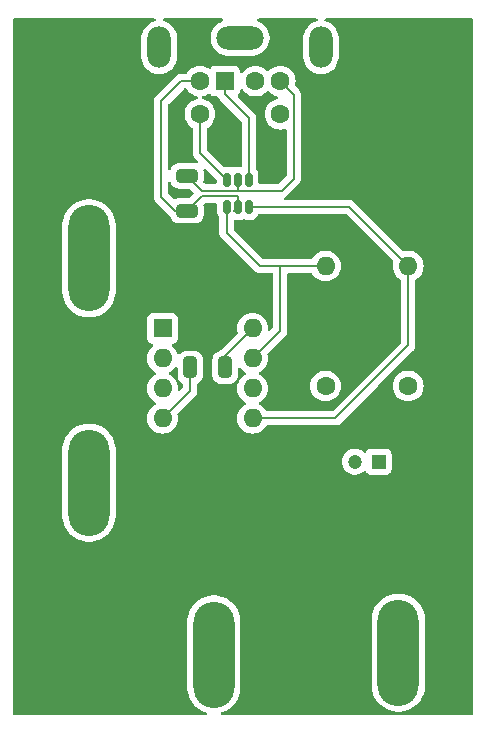
<source format=gbr>
%TF.GenerationSoftware,KiCad,Pcbnew,8.0.4*%
%TF.CreationDate,2024-09-08T09:34:43+02:00*%
%TF.ProjectId,Lichtschranke-M,4c696368-7473-4636-9872-616e6b652d4d,rev?*%
%TF.SameCoordinates,Original*%
%TF.FileFunction,Copper,L1,Top*%
%TF.FilePolarity,Positive*%
%FSLAX46Y46*%
G04 Gerber Fmt 4.6, Leading zero omitted, Abs format (unit mm)*
G04 Created by KiCad (PCBNEW 8.0.4) date 2024-09-08 09:34:43*
%MOMM*%
%LPD*%
G01*
G04 APERTURE LIST*
G04 Aperture macros list*
%AMRoundRect*
0 Rectangle with rounded corners*
0 $1 Rounding radius*
0 $2 $3 $4 $5 $6 $7 $8 $9 X,Y pos of 4 corners*
0 Add a 4 corners polygon primitive as box body*
4,1,4,$2,$3,$4,$5,$6,$7,$8,$9,$2,$3,0*
0 Add four circle primitives for the rounded corners*
1,1,$1+$1,$2,$3*
1,1,$1+$1,$4,$5*
1,1,$1+$1,$6,$7*
1,1,$1+$1,$8,$9*
0 Add four rect primitives between the rounded corners*
20,1,$1+$1,$2,$3,$4,$5,0*
20,1,$1+$1,$4,$5,$6,$7,0*
20,1,$1+$1,$6,$7,$8,$9,0*
20,1,$1+$1,$8,$9,$2,$3,0*%
G04 Aperture macros list end*
%TA.AperFunction,ComponentPad*%
%ADD10O,3.500000X9.000000*%
%TD*%
%TA.AperFunction,ComponentPad*%
%ADD11R,1.600000X1.600000*%
%TD*%
%TA.AperFunction,ComponentPad*%
%ADD12C,1.600000*%
%TD*%
%TA.AperFunction,ComponentPad*%
%ADD13O,2.000000X3.500000*%
%TD*%
%TA.AperFunction,ComponentPad*%
%ADD14O,4.000000X2.000000*%
%TD*%
%TA.AperFunction,SMDPad,CuDef*%
%ADD15RoundRect,0.150000X0.150000X-0.450000X0.150000X0.450000X-0.150000X0.450000X-0.150000X-0.450000X0*%
%TD*%
%TA.AperFunction,ComponentPad*%
%ADD16O,1.600000X1.600000*%
%TD*%
%TA.AperFunction,ComponentPad*%
%ADD17R,1.200000X1.200000*%
%TD*%
%TA.AperFunction,ComponentPad*%
%ADD18C,1.200000*%
%TD*%
%TA.AperFunction,SMDPad,CuDef*%
%ADD19RoundRect,0.250000X-0.325000X-0.650000X0.325000X-0.650000X0.325000X0.650000X-0.325000X0.650000X0*%
%TD*%
%TA.AperFunction,SMDPad,CuDef*%
%ADD20RoundRect,0.250000X-0.650000X0.325000X-0.650000X-0.325000X0.650000X-0.325000X0.650000X0.325000X0*%
%TD*%
%TA.AperFunction,Conductor*%
%ADD21C,0.200000*%
%TD*%
G04 APERTURE END LIST*
D10*
%TO.P,J3,1,Pin_1*%
%TO.N,F*%
X132000000Y-89500000D03*
%TD*%
%TO.P,J5,1,Pin_1*%
%TO.N,+5V*%
X158200000Y-103900000D03*
%TD*%
%TO.P,J2,1,Pin_1*%
%TO.N,E*%
X132000000Y-70500000D03*
%TD*%
%TO.P,J4,1,Pin_1*%
%TO.N,GND*%
X142570000Y-104050000D03*
%TD*%
D11*
%TO.P,J1,1*%
%TO.N,SDA*%
X143500000Y-55500000D03*
D12*
%TO.P,J1,2*%
%TO.N,E*%
X146100000Y-55500000D03*
%TO.P,J1,3*%
%TO.N,GND*%
X141400000Y-55500000D03*
%TO.P,J1,4*%
%TO.N,+5V*%
X148200000Y-55500000D03*
%TO.P,J1,5*%
%TO.N,SCK*%
X141400000Y-58300000D03*
%TO.P,J1,6*%
%TO.N,F*%
X148200000Y-58300000D03*
D13*
%TO.P,J1,7*%
%TO.N,N/C*%
X151650000Y-52650000D03*
D14*
X144800000Y-51850000D03*
D13*
X137950000Y-52650000D03*
%TD*%
D15*
%TO.P,U2,1,I/O1*%
%TO.N,Net-(U1-PB2)*%
X143650000Y-66150000D03*
%TO.P,U2,2,GND*%
%TO.N,GND*%
X144600000Y-66150000D03*
%TO.P,U2,3,I/O2*%
%TO.N,Net-(U1-AREF{slash}PB0)*%
X145550000Y-66150000D03*
%TO.P,U2,4,I/O2*%
%TO.N,SDA*%
X145550000Y-63850000D03*
%TO.P,U2,5,VBus*%
%TO.N,+5V*%
X144600000Y-63850000D03*
%TO.P,U2,6,I/O1*%
%TO.N,SCK*%
X143650000Y-63850000D03*
%TD*%
D12*
%TO.P,R1,1*%
%TO.N,+5V*%
X152030000Y-81310000D03*
D16*
%TO.P,R1,2*%
%TO.N,Net-(U1-PB2)*%
X152030000Y-71150000D03*
%TD*%
D17*
%TO.P,C2,1*%
%TO.N,+5V*%
X156520000Y-87730000D03*
D18*
%TO.P,C2,2*%
%TO.N,GND*%
X154520000Y-87730000D03*
%TD*%
D19*
%TO.P,C3,1*%
%TO.N,GND*%
X140580000Y-79730000D03*
%TO.P,C3,2*%
%TO.N,+5V*%
X143530000Y-79730000D03*
%TD*%
D12*
%TO.P,R2,1*%
%TO.N,+5V*%
X159030000Y-81310000D03*
D16*
%TO.P,R2,2*%
%TO.N,Net-(U1-AREF{slash}PB0)*%
X159030000Y-71150000D03*
%TD*%
D20*
%TO.P,C1,1*%
%TO.N,+5V*%
X140300000Y-63525000D03*
%TO.P,C1,2*%
%TO.N,GND*%
X140300000Y-66475000D03*
%TD*%
D11*
%TO.P,U1,1,~{RESET}/PB5*%
%TO.N,unconnected-(U1-~{RESET}{slash}PB5-Pad1)*%
X138230000Y-76430000D03*
D16*
%TO.P,U1,2,XTAL1/PB3*%
%TO.N,unconnected-(U1-XTAL1{slash}PB3-Pad2)*%
X138230000Y-78970000D03*
%TO.P,U1,3,XTAL2/PB4*%
%TO.N,unconnected-(U1-XTAL2{slash}PB4-Pad3)*%
X138230000Y-81510000D03*
%TO.P,U1,4,GND*%
%TO.N,GND*%
X138230000Y-84050000D03*
%TO.P,U1,5,AREF/PB0*%
%TO.N,Net-(U1-AREF{slash}PB0)*%
X145850000Y-84050000D03*
%TO.P,U1,6,PB1*%
%TO.N,unconnected-(U1-PB1-Pad6)*%
X145850000Y-81510000D03*
%TO.P,U1,7,PB2*%
%TO.N,Net-(U1-PB2)*%
X145850000Y-78970000D03*
%TO.P,U1,8,VCC*%
%TO.N,+5V*%
X145850000Y-76430000D03*
%TD*%
D21*
%TO.N,GND*%
X138100000Y-57200000D02*
X139800000Y-55500000D01*
X140300000Y-66475000D02*
X139275000Y-66475000D01*
X140300000Y-66475000D02*
X141575000Y-65200000D01*
X138230000Y-84050000D02*
X140580000Y-81700000D01*
X144600000Y-66150000D02*
X144250000Y-66500000D01*
X144600000Y-65200000D02*
X144600000Y-66150000D01*
X139800000Y-55500000D02*
X141400000Y-55500000D01*
X140580000Y-81700000D02*
X140580000Y-79730000D01*
X141575000Y-65200000D02*
X144600000Y-65200000D01*
X140690000Y-79619900D02*
X140800000Y-79509800D01*
X140580000Y-79730000D02*
X140690000Y-79619900D01*
X138100000Y-65300000D02*
X138100000Y-57200000D01*
X139275000Y-66475000D02*
X138100000Y-65300000D01*
%TO.N,+5V*%
X149346000Y-63525000D02*
X149346000Y-63754700D01*
X144600000Y-63850000D02*
X144600000Y-64680800D01*
X141555800Y-64780800D02*
X140300000Y-63525000D01*
X145240000Y-64780800D02*
X144500000Y-64780800D01*
X145850000Y-76430000D02*
X143530000Y-78750000D01*
X143530000Y-78750000D02*
X143530000Y-79730000D01*
X149346000Y-63754700D02*
X148320000Y-64780800D01*
X144600000Y-64680800D02*
X144500000Y-64780800D01*
X148200000Y-55500000D02*
X149346000Y-56646100D01*
X148320000Y-64780800D02*
X145240000Y-64780800D01*
X149346000Y-56646100D02*
X149346000Y-63525000D01*
X144500000Y-64780800D02*
X141555800Y-64780800D01*
X143530000Y-79730000D02*
X143886000Y-80085800D01*
%TO.N,SCK*%
X141400000Y-61600000D02*
X143650000Y-63850000D01*
X141400000Y-58300000D02*
X141400000Y-61600000D01*
%TO.N,SDA*%
X145550000Y-58651700D02*
X145550000Y-63850000D01*
X143500000Y-55500000D02*
X143500000Y-56601700D01*
X143500000Y-56601700D02*
X145550000Y-58651700D01*
%TO.N,Net-(U1-PB2)*%
X143650000Y-66150000D02*
X143650000Y-68350000D01*
X148200000Y-76620000D02*
X148200000Y-71150000D01*
X143650000Y-68350000D02*
X146450000Y-71150000D01*
X146450000Y-71150000D02*
X148200000Y-71150000D01*
X145850000Y-78970000D02*
X148200000Y-76620000D01*
X148200000Y-71150000D02*
X152030000Y-71150000D01*
%TO.N,Net-(U1-AREF{slash}PB0)*%
X159030000Y-71150000D02*
X159030000Y-77870000D01*
X152850000Y-84050000D02*
X145850000Y-84050000D01*
X159030000Y-77870000D02*
X152850000Y-84050000D01*
X154030000Y-66150000D02*
X145550000Y-66150000D01*
X159030000Y-71150000D02*
X154030000Y-66150000D01*
%TD*%
%TA.AperFunction,NonConductor*%
G36*
X137608935Y-50220185D02*
G01*
X137654690Y-50272989D01*
X137664634Y-50342147D01*
X137635609Y-50405703D01*
X137580215Y-50442431D01*
X137374003Y-50509433D01*
X137163566Y-50616657D01*
X137054550Y-50695862D01*
X136972490Y-50755483D01*
X136972488Y-50755485D01*
X136972487Y-50755485D01*
X136805485Y-50922487D01*
X136805485Y-50922488D01*
X136805483Y-50922490D01*
X136745862Y-51004550D01*
X136666657Y-51113566D01*
X136559433Y-51324003D01*
X136486446Y-51548631D01*
X136449500Y-51781902D01*
X136449500Y-53518097D01*
X136486446Y-53751368D01*
X136559433Y-53975996D01*
X136666657Y-54186433D01*
X136805483Y-54377510D01*
X136972490Y-54544517D01*
X137163567Y-54683343D01*
X137246185Y-54725439D01*
X137374003Y-54790566D01*
X137374005Y-54790566D01*
X137374008Y-54790568D01*
X137455945Y-54817191D01*
X137598631Y-54863553D01*
X137831903Y-54900500D01*
X137831908Y-54900500D01*
X138068097Y-54900500D01*
X138301368Y-54863553D01*
X138353473Y-54846623D01*
X138525992Y-54790568D01*
X138736433Y-54683343D01*
X138927510Y-54544517D01*
X139094517Y-54377510D01*
X139233343Y-54186433D01*
X139340568Y-53975992D01*
X139413553Y-53751368D01*
X139450500Y-53518097D01*
X139450500Y-51781902D01*
X139413553Y-51548631D01*
X139340566Y-51324003D01*
X139233342Y-51113566D01*
X139094517Y-50922490D01*
X138927510Y-50755483D01*
X138736433Y-50616657D01*
X138525996Y-50509433D01*
X138319785Y-50442431D01*
X138262110Y-50402993D01*
X138234912Y-50338634D01*
X138246827Y-50269788D01*
X138294071Y-50218312D01*
X138358104Y-50200500D01*
X143238014Y-50200500D01*
X143305053Y-50220185D01*
X143350808Y-50272989D01*
X143360752Y-50342147D01*
X143331727Y-50405703D01*
X143276334Y-50442430D01*
X143253631Y-50449806D01*
X143224003Y-50459433D01*
X143013566Y-50566657D01*
X142944748Y-50616657D01*
X142822490Y-50705483D01*
X142822488Y-50705485D01*
X142822487Y-50705485D01*
X142655485Y-50872487D01*
X142655485Y-50872488D01*
X142655483Y-50872490D01*
X142619158Y-50922487D01*
X142516657Y-51063566D01*
X142409433Y-51274003D01*
X142336446Y-51498631D01*
X142299500Y-51731902D01*
X142299500Y-51968097D01*
X142336446Y-52201368D01*
X142409433Y-52425996D01*
X142516657Y-52636433D01*
X142655483Y-52827510D01*
X142822490Y-52994517D01*
X143013567Y-53133343D01*
X143112991Y-53184002D01*
X143224003Y-53240566D01*
X143224005Y-53240566D01*
X143224008Y-53240568D01*
X143344412Y-53279689D01*
X143448631Y-53313553D01*
X143681903Y-53350500D01*
X143681908Y-53350500D01*
X145918097Y-53350500D01*
X146151368Y-53313553D01*
X146375992Y-53240568D01*
X146586433Y-53133343D01*
X146777510Y-52994517D01*
X146944517Y-52827510D01*
X147083343Y-52636433D01*
X147190568Y-52425992D01*
X147263553Y-52201368D01*
X147300500Y-51968097D01*
X147300500Y-51731902D01*
X147263553Y-51498631D01*
X147190566Y-51274003D01*
X147083342Y-51063566D01*
X146944517Y-50872490D01*
X146777510Y-50705483D01*
X146586433Y-50566657D01*
X146375996Y-50459433D01*
X146355845Y-50452886D01*
X146323665Y-50442430D01*
X146265992Y-50402993D01*
X146238794Y-50338634D01*
X146250709Y-50269788D01*
X146297953Y-50218312D01*
X146361986Y-50200500D01*
X151241896Y-50200500D01*
X151308935Y-50220185D01*
X151354690Y-50272989D01*
X151364634Y-50342147D01*
X151335609Y-50405703D01*
X151280215Y-50442431D01*
X151074003Y-50509433D01*
X150863566Y-50616657D01*
X150754550Y-50695862D01*
X150672490Y-50755483D01*
X150672488Y-50755485D01*
X150672487Y-50755485D01*
X150505485Y-50922487D01*
X150505485Y-50922488D01*
X150505483Y-50922490D01*
X150445862Y-51004550D01*
X150366657Y-51113566D01*
X150259433Y-51324003D01*
X150186446Y-51548631D01*
X150149500Y-51781902D01*
X150149500Y-53518097D01*
X150186446Y-53751368D01*
X150259433Y-53975996D01*
X150366657Y-54186433D01*
X150505483Y-54377510D01*
X150672490Y-54544517D01*
X150863567Y-54683343D01*
X150946185Y-54725439D01*
X151074003Y-54790566D01*
X151074005Y-54790566D01*
X151074008Y-54790568D01*
X151155945Y-54817191D01*
X151298631Y-54863553D01*
X151531903Y-54900500D01*
X151531908Y-54900500D01*
X151768097Y-54900500D01*
X152001368Y-54863553D01*
X152053473Y-54846623D01*
X152225992Y-54790568D01*
X152436433Y-54683343D01*
X152627510Y-54544517D01*
X152794517Y-54377510D01*
X152933343Y-54186433D01*
X153040568Y-53975992D01*
X153113553Y-53751368D01*
X153150500Y-53518097D01*
X153150500Y-51781902D01*
X153113553Y-51548631D01*
X153040566Y-51324003D01*
X152933342Y-51113566D01*
X152794517Y-50922490D01*
X152627510Y-50755483D01*
X152436433Y-50616657D01*
X152225996Y-50509433D01*
X152019785Y-50442431D01*
X151962110Y-50402993D01*
X151934912Y-50338634D01*
X151946827Y-50269788D01*
X151994071Y-50218312D01*
X152058104Y-50200500D01*
X164425500Y-50200500D01*
X164492539Y-50220185D01*
X164538294Y-50272989D01*
X164549500Y-50324500D01*
X164549500Y-109075500D01*
X164529815Y-109142539D01*
X164477011Y-109188294D01*
X164425500Y-109199500D01*
X143252081Y-109199500D01*
X143185042Y-109179815D01*
X143139287Y-109127011D01*
X143129343Y-109057853D01*
X143158368Y-108994297D01*
X143217146Y-108956523D01*
X143219956Y-108955733D01*
X143294952Y-108935639D01*
X143567507Y-108822743D01*
X143822994Y-108675238D01*
X144057042Y-108495646D01*
X144265646Y-108287042D01*
X144445238Y-108052994D01*
X144592743Y-107797507D01*
X144705639Y-107524952D01*
X144781993Y-107239993D01*
X144820500Y-106947506D01*
X144820500Y-101152494D01*
X144800751Y-101002486D01*
X155949500Y-101002486D01*
X155949500Y-106797513D01*
X155969247Y-106947499D01*
X155988007Y-107089993D01*
X155988008Y-107089995D01*
X156064361Y-107374951D01*
X156064364Y-107374961D01*
X156177254Y-107647500D01*
X156177258Y-107647510D01*
X156324761Y-107902993D01*
X156504352Y-108137040D01*
X156504358Y-108137047D01*
X156712952Y-108345641D01*
X156712959Y-108345647D01*
X156947006Y-108525238D01*
X157202489Y-108672741D01*
X157202490Y-108672741D01*
X157202493Y-108672743D01*
X157475048Y-108785639D01*
X157760007Y-108861993D01*
X158052494Y-108900500D01*
X158052501Y-108900500D01*
X158347499Y-108900500D01*
X158347506Y-108900500D01*
X158639993Y-108861993D01*
X158924952Y-108785639D01*
X159197507Y-108672743D01*
X159452994Y-108525238D01*
X159687042Y-108345646D01*
X159895646Y-108137042D01*
X160075238Y-107902994D01*
X160222743Y-107647507D01*
X160335639Y-107374952D01*
X160411993Y-107089993D01*
X160450500Y-106797506D01*
X160450500Y-101002494D01*
X160411993Y-100710007D01*
X160335639Y-100425048D01*
X160222743Y-100152493D01*
X160075238Y-99897006D01*
X160010746Y-99812959D01*
X159895647Y-99662959D01*
X159895641Y-99662952D01*
X159687047Y-99454358D01*
X159687040Y-99454352D01*
X159452993Y-99274761D01*
X159197510Y-99127258D01*
X159197500Y-99127254D01*
X158924961Y-99014364D01*
X158924954Y-99014362D01*
X158924952Y-99014361D01*
X158639993Y-98938007D01*
X158591113Y-98931571D01*
X158347513Y-98899500D01*
X158347506Y-98899500D01*
X158052494Y-98899500D01*
X158052486Y-98899500D01*
X157774085Y-98936153D01*
X157760007Y-98938007D01*
X157475048Y-99014361D01*
X157475038Y-99014364D01*
X157202499Y-99127254D01*
X157202489Y-99127258D01*
X156947006Y-99274761D01*
X156712959Y-99454352D01*
X156712952Y-99454358D01*
X156504358Y-99662952D01*
X156504352Y-99662959D01*
X156324761Y-99897006D01*
X156177258Y-100152489D01*
X156177254Y-100152499D01*
X156064364Y-100425038D01*
X156064361Y-100425048D01*
X155988008Y-100710004D01*
X155988006Y-100710015D01*
X155949500Y-101002486D01*
X144800751Y-101002486D01*
X144781993Y-100860007D01*
X144705639Y-100575048D01*
X144592743Y-100302493D01*
X144506138Y-100152489D01*
X144445238Y-100047006D01*
X144265647Y-99812959D01*
X144265641Y-99812952D01*
X144057047Y-99604358D01*
X144057040Y-99604352D01*
X143822993Y-99424761D01*
X143567510Y-99277258D01*
X143567500Y-99277254D01*
X143294961Y-99164364D01*
X143294954Y-99164362D01*
X143294952Y-99164361D01*
X143009993Y-99088007D01*
X142961113Y-99081571D01*
X142717513Y-99049500D01*
X142717506Y-99049500D01*
X142422494Y-99049500D01*
X142422486Y-99049500D01*
X142144085Y-99086153D01*
X142130007Y-99088007D01*
X141845048Y-99164361D01*
X141845038Y-99164364D01*
X141572499Y-99277254D01*
X141572489Y-99277258D01*
X141317006Y-99424761D01*
X141082959Y-99604352D01*
X141082952Y-99604358D01*
X140874358Y-99812952D01*
X140874352Y-99812959D01*
X140694761Y-100047006D01*
X140547258Y-100302489D01*
X140547254Y-100302499D01*
X140434364Y-100575038D01*
X140434361Y-100575048D01*
X140358008Y-100860004D01*
X140358006Y-100860015D01*
X140319500Y-101152486D01*
X140319500Y-106947513D01*
X140338259Y-107089993D01*
X140358007Y-107239993D01*
X140434361Y-107524951D01*
X140434364Y-107524961D01*
X140547254Y-107797500D01*
X140547258Y-107797510D01*
X140694761Y-108052993D01*
X140874352Y-108287040D01*
X140874358Y-108287047D01*
X141082952Y-108495641D01*
X141082959Y-108495647D01*
X141317006Y-108675238D01*
X141572489Y-108822741D01*
X141572490Y-108822741D01*
X141572493Y-108822743D01*
X141845048Y-108935639D01*
X141920013Y-108955725D01*
X141979673Y-108992090D01*
X142010202Y-109054937D01*
X142001907Y-109124312D01*
X141957422Y-109178190D01*
X141890870Y-109199465D01*
X141887919Y-109199500D01*
X125674500Y-109199500D01*
X125607461Y-109179815D01*
X125561706Y-109127011D01*
X125550500Y-109075500D01*
X125550500Y-86602486D01*
X129749500Y-86602486D01*
X129749500Y-92397513D01*
X129781571Y-92641113D01*
X129788007Y-92689993D01*
X129788008Y-92689995D01*
X129864361Y-92974951D01*
X129864364Y-92974961D01*
X129977254Y-93247500D01*
X129977258Y-93247510D01*
X130124761Y-93502993D01*
X130304352Y-93737040D01*
X130304358Y-93737047D01*
X130512952Y-93945641D01*
X130512959Y-93945647D01*
X130747006Y-94125238D01*
X131002489Y-94272741D01*
X131002490Y-94272741D01*
X131002493Y-94272743D01*
X131275048Y-94385639D01*
X131560007Y-94461993D01*
X131852494Y-94500500D01*
X131852501Y-94500500D01*
X132147499Y-94500500D01*
X132147506Y-94500500D01*
X132439993Y-94461993D01*
X132724952Y-94385639D01*
X132997507Y-94272743D01*
X133252994Y-94125238D01*
X133487042Y-93945646D01*
X133695646Y-93737042D01*
X133875238Y-93502994D01*
X134022743Y-93247507D01*
X134135639Y-92974952D01*
X134211993Y-92689993D01*
X134250500Y-92397506D01*
X134250500Y-87729999D01*
X153414785Y-87729999D01*
X153414785Y-87730000D01*
X153433602Y-87933082D01*
X153489417Y-88129247D01*
X153489422Y-88129260D01*
X153580327Y-88311821D01*
X153703237Y-88474581D01*
X153853958Y-88611980D01*
X153853960Y-88611982D01*
X153853962Y-88611983D01*
X154027363Y-88719348D01*
X154217544Y-88793024D01*
X154418024Y-88830500D01*
X154418026Y-88830500D01*
X154621974Y-88830500D01*
X154621976Y-88830500D01*
X154822456Y-88793024D01*
X155012637Y-88719348D01*
X155186041Y-88611981D01*
X155278017Y-88528133D01*
X155340818Y-88497518D01*
X155410205Y-88505715D01*
X155464146Y-88550125D01*
X155471673Y-88564698D01*
X155471953Y-88564546D01*
X155476206Y-88572335D01*
X155562452Y-88687544D01*
X155562455Y-88687547D01*
X155677664Y-88773793D01*
X155677671Y-88773797D01*
X155812517Y-88824091D01*
X155812516Y-88824091D01*
X155819444Y-88824835D01*
X155872127Y-88830500D01*
X157167872Y-88830499D01*
X157227483Y-88824091D01*
X157362331Y-88773796D01*
X157477546Y-88687546D01*
X157563796Y-88572331D01*
X157614091Y-88437483D01*
X157620500Y-88377873D01*
X157620499Y-87082128D01*
X157614091Y-87022517D01*
X157563796Y-86887669D01*
X157563795Y-86887668D01*
X157563793Y-86887664D01*
X157477547Y-86772455D01*
X157477544Y-86772452D01*
X157362335Y-86686206D01*
X157362328Y-86686202D01*
X157227482Y-86635908D01*
X157227483Y-86635908D01*
X157167883Y-86629501D01*
X157167881Y-86629500D01*
X157167873Y-86629500D01*
X157167864Y-86629500D01*
X155872129Y-86629500D01*
X155872123Y-86629501D01*
X155812516Y-86635908D01*
X155677671Y-86686202D01*
X155677664Y-86686206D01*
X155562455Y-86772452D01*
X155562452Y-86772455D01*
X155476206Y-86887664D01*
X155471953Y-86895454D01*
X155469741Y-86894246D01*
X155435840Y-86939511D01*
X155370370Y-86963913D01*
X155302101Y-86949045D01*
X155278015Y-86931864D01*
X155186041Y-86848019D01*
X155186039Y-86848017D01*
X155012642Y-86740655D01*
X155012635Y-86740651D01*
X154917546Y-86703814D01*
X154822456Y-86666976D01*
X154621976Y-86629500D01*
X154418024Y-86629500D01*
X154217544Y-86666976D01*
X154217541Y-86666976D01*
X154217541Y-86666977D01*
X154027364Y-86740651D01*
X154027357Y-86740655D01*
X153853960Y-86848017D01*
X153853958Y-86848019D01*
X153703237Y-86985418D01*
X153580327Y-87148178D01*
X153489422Y-87330739D01*
X153489417Y-87330752D01*
X153433602Y-87526917D01*
X153414785Y-87729999D01*
X134250500Y-87729999D01*
X134250500Y-86602494D01*
X134211993Y-86310007D01*
X134135639Y-86025048D01*
X134022743Y-85752493D01*
X133875238Y-85497006D01*
X133695646Y-85262958D01*
X133695641Y-85262952D01*
X133487047Y-85054358D01*
X133487040Y-85054352D01*
X133252993Y-84874761D01*
X132997510Y-84727258D01*
X132997500Y-84727254D01*
X132724961Y-84614364D01*
X132724954Y-84614362D01*
X132724952Y-84614361D01*
X132439993Y-84538007D01*
X132383117Y-84530519D01*
X132147513Y-84499500D01*
X132147506Y-84499500D01*
X131852494Y-84499500D01*
X131852486Y-84499500D01*
X131574085Y-84536153D01*
X131560007Y-84538007D01*
X131400901Y-84580639D01*
X131275048Y-84614361D01*
X131275038Y-84614364D01*
X131002499Y-84727254D01*
X131002489Y-84727258D01*
X130747006Y-84874761D01*
X130512959Y-85054352D01*
X130512952Y-85054358D01*
X130304358Y-85262952D01*
X130304352Y-85262959D01*
X130124761Y-85497006D01*
X129977258Y-85752489D01*
X129977254Y-85752499D01*
X129864364Y-86025038D01*
X129864361Y-86025048D01*
X129788008Y-86310004D01*
X129788006Y-86310015D01*
X129749500Y-86602486D01*
X125550500Y-86602486D01*
X125550500Y-78969998D01*
X136924532Y-78969998D01*
X136924532Y-78970001D01*
X136944364Y-79196686D01*
X136944366Y-79196697D01*
X137003258Y-79416488D01*
X137003261Y-79416497D01*
X137099431Y-79622732D01*
X137099432Y-79622734D01*
X137229954Y-79809141D01*
X137390858Y-79970045D01*
X137390861Y-79970047D01*
X137577266Y-80100568D01*
X137635275Y-80127618D01*
X137687714Y-80173791D01*
X137706866Y-80240984D01*
X137686650Y-80307865D01*
X137635275Y-80352382D01*
X137577267Y-80379431D01*
X137577265Y-80379432D01*
X137390858Y-80509954D01*
X137229954Y-80670858D01*
X137099432Y-80857265D01*
X137099431Y-80857267D01*
X137003261Y-81063502D01*
X137003258Y-81063511D01*
X136944366Y-81283302D01*
X136944364Y-81283313D01*
X136924532Y-81509998D01*
X136924532Y-81510001D01*
X136944364Y-81736686D01*
X136944366Y-81736697D01*
X137003258Y-81956488D01*
X137003261Y-81956496D01*
X137099431Y-82162732D01*
X137099432Y-82162734D01*
X137229954Y-82349141D01*
X137390858Y-82510045D01*
X137390861Y-82510047D01*
X137577266Y-82640568D01*
X137635275Y-82667618D01*
X137687714Y-82713791D01*
X137706866Y-82780984D01*
X137686650Y-82847865D01*
X137635275Y-82892382D01*
X137577267Y-82919431D01*
X137577265Y-82919432D01*
X137390858Y-83049954D01*
X137229954Y-83210858D01*
X137099432Y-83397265D01*
X137099431Y-83397267D01*
X137003261Y-83603502D01*
X137003258Y-83603511D01*
X136944366Y-83823302D01*
X136944364Y-83823313D01*
X136924532Y-84049998D01*
X136924532Y-84050001D01*
X136944364Y-84276686D01*
X136944366Y-84276697D01*
X137003258Y-84496488D01*
X137003261Y-84496497D01*
X137099431Y-84702732D01*
X137099432Y-84702734D01*
X137229954Y-84889141D01*
X137390858Y-85050045D01*
X137390861Y-85050047D01*
X137577266Y-85180568D01*
X137783504Y-85276739D01*
X138003308Y-85335635D01*
X138165230Y-85349801D01*
X138229998Y-85355468D01*
X138230000Y-85355468D01*
X138230002Y-85355468D01*
X138286673Y-85350509D01*
X138456692Y-85335635D01*
X138676496Y-85276739D01*
X138882734Y-85180568D01*
X139069139Y-85050047D01*
X139230047Y-84889139D01*
X139360568Y-84702734D01*
X139456739Y-84496496D01*
X139515635Y-84276692D01*
X139535468Y-84050000D01*
X139515635Y-83823308D01*
X139489847Y-83727066D01*
X139491510Y-83657217D01*
X139521939Y-83607294D01*
X140938506Y-82190728D01*
X140938511Y-82190724D01*
X140948714Y-82180520D01*
X140948716Y-82180520D01*
X141060520Y-82068716D01*
X141125310Y-81956496D01*
X141139577Y-81931785D01*
X141180501Y-81779057D01*
X141180501Y-81620943D01*
X141180501Y-81613348D01*
X141180500Y-81613330D01*
X141180500Y-81161057D01*
X141200185Y-81094018D01*
X141239401Y-81055520D01*
X141373656Y-80972712D01*
X141497712Y-80848656D01*
X141589814Y-80699334D01*
X141644999Y-80532797D01*
X141655500Y-80430009D01*
X141655499Y-79029992D01*
X141644999Y-78927203D01*
X141589814Y-78760666D01*
X141497712Y-78611344D01*
X141373656Y-78487288D01*
X141224334Y-78395186D01*
X141057797Y-78340001D01*
X141057795Y-78340000D01*
X140955010Y-78329500D01*
X140204998Y-78329500D01*
X140204980Y-78329501D01*
X140102203Y-78340000D01*
X140102200Y-78340001D01*
X139935668Y-78395185D01*
X139935663Y-78395187D01*
X139786345Y-78487287D01*
X139670607Y-78603025D01*
X139609284Y-78636509D01*
X139539592Y-78631525D01*
X139483659Y-78589653D01*
X139463151Y-78547436D01*
X139456739Y-78523504D01*
X139360568Y-78317266D01*
X139230047Y-78130861D01*
X139230046Y-78130860D01*
X139230045Y-78130858D01*
X139069143Y-77969956D01*
X139044536Y-77952726D01*
X139000912Y-77898149D01*
X138993719Y-77828650D01*
X139025241Y-77766296D01*
X139085471Y-77730882D01*
X139102404Y-77727861D01*
X139137483Y-77724091D01*
X139272331Y-77673796D01*
X139387546Y-77587546D01*
X139473796Y-77472331D01*
X139524091Y-77337483D01*
X139530500Y-77277873D01*
X139530499Y-75582128D01*
X139524091Y-75522517D01*
X139515879Y-75500500D01*
X139473797Y-75387671D01*
X139473793Y-75387664D01*
X139387547Y-75272455D01*
X139387544Y-75272452D01*
X139272335Y-75186206D01*
X139272328Y-75186202D01*
X139137482Y-75135908D01*
X139137483Y-75135908D01*
X139077883Y-75129501D01*
X139077881Y-75129500D01*
X139077873Y-75129500D01*
X139077864Y-75129500D01*
X137382129Y-75129500D01*
X137382123Y-75129501D01*
X137322516Y-75135908D01*
X137187671Y-75186202D01*
X137187664Y-75186206D01*
X137072455Y-75272452D01*
X137072452Y-75272455D01*
X136986206Y-75387664D01*
X136986202Y-75387671D01*
X136935908Y-75522517D01*
X136929501Y-75582116D01*
X136929501Y-75582123D01*
X136929500Y-75582135D01*
X136929500Y-77277870D01*
X136929501Y-77277876D01*
X136935908Y-77337483D01*
X136986202Y-77472328D01*
X136986206Y-77472335D01*
X137072452Y-77587544D01*
X137072455Y-77587547D01*
X137187664Y-77673793D01*
X137187671Y-77673797D01*
X137232618Y-77690561D01*
X137322517Y-77724091D01*
X137357596Y-77727862D01*
X137422144Y-77754599D01*
X137461993Y-77811991D01*
X137464488Y-77881816D01*
X137428836Y-77941905D01*
X137415464Y-77952725D01*
X137390858Y-77969954D01*
X137229954Y-78130858D01*
X137099432Y-78317265D01*
X137099431Y-78317267D01*
X137003261Y-78523502D01*
X137003258Y-78523511D01*
X136944366Y-78743302D01*
X136944364Y-78743313D01*
X136924532Y-78969998D01*
X125550500Y-78969998D01*
X125550500Y-67602486D01*
X129749500Y-67602486D01*
X129749500Y-73397513D01*
X129781571Y-73641113D01*
X129788007Y-73689993D01*
X129788008Y-73689995D01*
X129864361Y-73974951D01*
X129864364Y-73974961D01*
X129977254Y-74247500D01*
X129977258Y-74247510D01*
X130124761Y-74502993D01*
X130304352Y-74737040D01*
X130304358Y-74737047D01*
X130512952Y-74945641D01*
X130512959Y-74945647D01*
X130747006Y-75125238D01*
X131002489Y-75272741D01*
X131002490Y-75272741D01*
X131002493Y-75272743D01*
X131275048Y-75385639D01*
X131560007Y-75461993D01*
X131852494Y-75500500D01*
X131852501Y-75500500D01*
X132147499Y-75500500D01*
X132147506Y-75500500D01*
X132439993Y-75461993D01*
X132724952Y-75385639D01*
X132997507Y-75272743D01*
X133252994Y-75125238D01*
X133487042Y-74945646D01*
X133695646Y-74737042D01*
X133875238Y-74502994D01*
X134022743Y-74247507D01*
X134135639Y-73974952D01*
X134211993Y-73689993D01*
X134250500Y-73397506D01*
X134250500Y-67602494D01*
X134211993Y-67310007D01*
X134135639Y-67025048D01*
X134022743Y-66752493D01*
X134022350Y-66751813D01*
X133875238Y-66497006D01*
X133695647Y-66262959D01*
X133695641Y-66262952D01*
X133487047Y-66054358D01*
X133487040Y-66054352D01*
X133252993Y-65874761D01*
X132997510Y-65727258D01*
X132997500Y-65727254D01*
X132724961Y-65614364D01*
X132724954Y-65614362D01*
X132724952Y-65614361D01*
X132439993Y-65538007D01*
X132391113Y-65531571D01*
X132147513Y-65499500D01*
X132147506Y-65499500D01*
X131852494Y-65499500D01*
X131852486Y-65499500D01*
X131574085Y-65536153D01*
X131560007Y-65538007D01*
X131275052Y-65614360D01*
X131275048Y-65614361D01*
X131275038Y-65614364D01*
X131002499Y-65727254D01*
X131002489Y-65727258D01*
X130747006Y-65874761D01*
X130512959Y-66054352D01*
X130512952Y-66054358D01*
X130304358Y-66262952D01*
X130304352Y-66262959D01*
X130124761Y-66497006D01*
X129977258Y-66752489D01*
X129977254Y-66752499D01*
X129864364Y-67025038D01*
X129864361Y-67025048D01*
X129788794Y-67307072D01*
X129788008Y-67310004D01*
X129788006Y-67310015D01*
X129749500Y-67602486D01*
X125550500Y-67602486D01*
X125550500Y-65379054D01*
X137499498Y-65379054D01*
X137522579Y-65465190D01*
X137540423Y-65531785D01*
X137550650Y-65549499D01*
X137569358Y-65581900D01*
X137569359Y-65581904D01*
X137569360Y-65581904D01*
X137619479Y-65668714D01*
X137619481Y-65668717D01*
X137738349Y-65787585D01*
X137738355Y-65787590D01*
X138790139Y-66839374D01*
X138790160Y-66839397D01*
X138892412Y-66941649D01*
X138922437Y-66990326D01*
X138965186Y-67119334D01*
X139057288Y-67268656D01*
X139181344Y-67392712D01*
X139330666Y-67484814D01*
X139497203Y-67539999D01*
X139599991Y-67550500D01*
X141000008Y-67550499D01*
X141102797Y-67539999D01*
X141269334Y-67484814D01*
X141418656Y-67392712D01*
X141542712Y-67268656D01*
X141634814Y-67119334D01*
X141689999Y-66952797D01*
X141700500Y-66850009D01*
X141700499Y-66099992D01*
X141690150Y-65998686D01*
X141702919Y-65929997D01*
X141725824Y-65898409D01*
X141787418Y-65836817D01*
X141848742Y-65803333D01*
X141875098Y-65800500D01*
X142725500Y-65800500D01*
X142792539Y-65820185D01*
X142838294Y-65872989D01*
X142849500Y-65924500D01*
X142849500Y-66665701D01*
X142852401Y-66702567D01*
X142852402Y-66702573D01*
X142898254Y-66860393D01*
X142898255Y-66860396D01*
X142981917Y-67001862D01*
X142981923Y-67001870D01*
X143013180Y-67033126D01*
X143046666Y-67094448D01*
X143049500Y-67120808D01*
X143049500Y-68263330D01*
X143049499Y-68263348D01*
X143049499Y-68429054D01*
X143049498Y-68429054D01*
X143090423Y-68581785D01*
X143119358Y-68631900D01*
X143119359Y-68631904D01*
X143119360Y-68631904D01*
X143169479Y-68718714D01*
X143169481Y-68718717D01*
X143288349Y-68837585D01*
X143288355Y-68837590D01*
X145965139Y-71514374D01*
X145965149Y-71514385D01*
X145969479Y-71518715D01*
X145969480Y-71518716D01*
X146081284Y-71630520D01*
X146168095Y-71680639D01*
X146168097Y-71680641D01*
X146206151Y-71702611D01*
X146218215Y-71709577D01*
X146370943Y-71750501D01*
X146370946Y-71750501D01*
X146536653Y-71750501D01*
X146536669Y-71750500D01*
X147475500Y-71750500D01*
X147542539Y-71770185D01*
X147588294Y-71822989D01*
X147599500Y-71874500D01*
X147599500Y-76319902D01*
X147579815Y-76386941D01*
X147563181Y-76407583D01*
X147359428Y-76611335D01*
X147298105Y-76644820D01*
X147228413Y-76639836D01*
X147172480Y-76597964D01*
X147148063Y-76532500D01*
X147148218Y-76512857D01*
X147155468Y-76430000D01*
X147135635Y-76203308D01*
X147076739Y-75983504D01*
X146980568Y-75777266D01*
X146850047Y-75590861D01*
X146850045Y-75590858D01*
X146689141Y-75429954D01*
X146502734Y-75299432D01*
X146502732Y-75299431D01*
X146296497Y-75203261D01*
X146296488Y-75203258D01*
X146076697Y-75144366D01*
X146076693Y-75144365D01*
X146076692Y-75144365D01*
X146076691Y-75144364D01*
X146076686Y-75144364D01*
X145850002Y-75124532D01*
X145849998Y-75124532D01*
X145623313Y-75144364D01*
X145623302Y-75144366D01*
X145403511Y-75203258D01*
X145403502Y-75203261D01*
X145197267Y-75299431D01*
X145197265Y-75299432D01*
X145010858Y-75429954D01*
X144849954Y-75590858D01*
X144719432Y-75777265D01*
X144719431Y-75777267D01*
X144623261Y-75983502D01*
X144623258Y-75983511D01*
X144564366Y-76203302D01*
X144564364Y-76203313D01*
X144544532Y-76429998D01*
X144544532Y-76430001D01*
X144564364Y-76656686D01*
X144564366Y-76656697D01*
X144590152Y-76752931D01*
X144588489Y-76822781D01*
X144558058Y-76872705D01*
X143161286Y-78269478D01*
X143161281Y-78269481D01*
X143161282Y-78269482D01*
X143126340Y-78304422D01*
X143065016Y-78337905D01*
X143053196Y-78339788D01*
X143052201Y-78340001D01*
X142885668Y-78395185D01*
X142885663Y-78395187D01*
X142736342Y-78487289D01*
X142612289Y-78611342D01*
X142520187Y-78760663D01*
X142520186Y-78760666D01*
X142465001Y-78927203D01*
X142465001Y-78927204D01*
X142465000Y-78927204D01*
X142454500Y-79029983D01*
X142454500Y-80430001D01*
X142454501Y-80430018D01*
X142465000Y-80532796D01*
X142465001Y-80532799D01*
X142506246Y-80657265D01*
X142520186Y-80699334D01*
X142612288Y-80848656D01*
X142736344Y-80972712D01*
X142885666Y-81064814D01*
X143052203Y-81119999D01*
X143154991Y-81130500D01*
X143905008Y-81130499D01*
X143905016Y-81130498D01*
X143905019Y-81130498D01*
X143961302Y-81124748D01*
X144007797Y-81119999D01*
X144174334Y-81064814D01*
X144323656Y-80972712D01*
X144447712Y-80848656D01*
X144460097Y-80828575D01*
X144512044Y-80781850D01*
X144556278Y-80774650D01*
X144542811Y-80751747D01*
X144545373Y-80682555D01*
X144594999Y-80532797D01*
X144605500Y-80430009D01*
X144605499Y-79853298D01*
X144625183Y-79786261D01*
X144677987Y-79740506D01*
X144747146Y-79730562D01*
X144810702Y-79759587D01*
X144831074Y-79782177D01*
X144849954Y-79809141D01*
X145010858Y-79970045D01*
X145010861Y-79970047D01*
X145197266Y-80100568D01*
X145255275Y-80127618D01*
X145307714Y-80173791D01*
X145326866Y-80240984D01*
X145306650Y-80307865D01*
X145255275Y-80352382D01*
X145197267Y-80379431D01*
X145197265Y-80379432D01*
X145010858Y-80509954D01*
X144849954Y-80670858D01*
X144764655Y-80792680D01*
X144710079Y-80836305D01*
X144672978Y-80840145D01*
X144683946Y-80856536D01*
X144685241Y-80926394D01*
X144678019Y-80946075D01*
X144623262Y-81063502D01*
X144623258Y-81063511D01*
X144564366Y-81283302D01*
X144564364Y-81283313D01*
X144544532Y-81509998D01*
X144544532Y-81510001D01*
X144564364Y-81736686D01*
X144564366Y-81736697D01*
X144623258Y-81956488D01*
X144623261Y-81956496D01*
X144719431Y-82162732D01*
X144719432Y-82162734D01*
X144849954Y-82349141D01*
X145010858Y-82510045D01*
X145010861Y-82510047D01*
X145197266Y-82640568D01*
X145255275Y-82667618D01*
X145307714Y-82713791D01*
X145326866Y-82780984D01*
X145306650Y-82847865D01*
X145255275Y-82892382D01*
X145197267Y-82919431D01*
X145197265Y-82919432D01*
X145010858Y-83049954D01*
X144849954Y-83210858D01*
X144719432Y-83397265D01*
X144719431Y-83397267D01*
X144623261Y-83603502D01*
X144623258Y-83603511D01*
X144564366Y-83823302D01*
X144564364Y-83823313D01*
X144544532Y-84049998D01*
X144544532Y-84050001D01*
X144564364Y-84276686D01*
X144564366Y-84276697D01*
X144623258Y-84496488D01*
X144623261Y-84496497D01*
X144719431Y-84702732D01*
X144719432Y-84702734D01*
X144849954Y-84889141D01*
X145010858Y-85050045D01*
X145010861Y-85050047D01*
X145197266Y-85180568D01*
X145403504Y-85276739D01*
X145623308Y-85335635D01*
X145785230Y-85349801D01*
X145849998Y-85355468D01*
X145850000Y-85355468D01*
X145850002Y-85355468D01*
X145906673Y-85350509D01*
X146076692Y-85335635D01*
X146296496Y-85276739D01*
X146502734Y-85180568D01*
X146689139Y-85050047D01*
X146850047Y-84889139D01*
X146980118Y-84703375D01*
X147034693Y-84659752D01*
X147081692Y-84650500D01*
X152763331Y-84650500D01*
X152763347Y-84650501D01*
X152770943Y-84650501D01*
X152929054Y-84650501D01*
X152929057Y-84650501D01*
X153081785Y-84609577D01*
X153131904Y-84580639D01*
X153218716Y-84530520D01*
X153330520Y-84418716D01*
X153330520Y-84418714D01*
X153340728Y-84408507D01*
X153340730Y-84408504D01*
X156439236Y-81309998D01*
X157724532Y-81309998D01*
X157724532Y-81310001D01*
X157744364Y-81536686D01*
X157744366Y-81536697D01*
X157803258Y-81756488D01*
X157803261Y-81756497D01*
X157899431Y-81962732D01*
X157899432Y-81962734D01*
X158029954Y-82149141D01*
X158190858Y-82310045D01*
X158190861Y-82310047D01*
X158377266Y-82440568D01*
X158583504Y-82536739D01*
X158803308Y-82595635D01*
X158965230Y-82609801D01*
X159029998Y-82615468D01*
X159030000Y-82615468D01*
X159030002Y-82615468D01*
X159086673Y-82610509D01*
X159256692Y-82595635D01*
X159476496Y-82536739D01*
X159682734Y-82440568D01*
X159869139Y-82310047D01*
X160030047Y-82149139D01*
X160160568Y-81962734D01*
X160256739Y-81756496D01*
X160315635Y-81536692D01*
X160335468Y-81310000D01*
X160315635Y-81083308D01*
X160256739Y-80863504D01*
X160160568Y-80657266D01*
X160030047Y-80470861D01*
X160030045Y-80470858D01*
X159869141Y-80309954D01*
X159682734Y-80179432D01*
X159682732Y-80179431D01*
X159476497Y-80083261D01*
X159476488Y-80083258D01*
X159256697Y-80024366D01*
X159256693Y-80024365D01*
X159256692Y-80024365D01*
X159256691Y-80024364D01*
X159256686Y-80024364D01*
X159030002Y-80004532D01*
X159029998Y-80004532D01*
X158803313Y-80024364D01*
X158803302Y-80024366D01*
X158583511Y-80083258D01*
X158583502Y-80083261D01*
X158377267Y-80179431D01*
X158377265Y-80179432D01*
X158190858Y-80309954D01*
X158029954Y-80470858D01*
X157899432Y-80657265D01*
X157899431Y-80657267D01*
X157803261Y-80863502D01*
X157803258Y-80863511D01*
X157744366Y-81083302D01*
X157744364Y-81083313D01*
X157724532Y-81309998D01*
X156439236Y-81309998D01*
X159388506Y-78360728D01*
X159388511Y-78360724D01*
X159398714Y-78350520D01*
X159398716Y-78350520D01*
X159510520Y-78238716D01*
X159572790Y-78130861D01*
X159589577Y-78101785D01*
X159630501Y-77949057D01*
X159630501Y-77790943D01*
X159630501Y-77783348D01*
X159630500Y-77783330D01*
X159630500Y-72381692D01*
X159650185Y-72314653D01*
X159683374Y-72280119D01*
X159869139Y-72150047D01*
X160030047Y-71989139D01*
X160160568Y-71802734D01*
X160256739Y-71596496D01*
X160315635Y-71376692D01*
X160335468Y-71150000D01*
X160315635Y-70923308D01*
X160256739Y-70703504D01*
X160160568Y-70497266D01*
X160030047Y-70310861D01*
X160030045Y-70310858D01*
X159869141Y-70149954D01*
X159682734Y-70019432D01*
X159682732Y-70019431D01*
X159476497Y-69923261D01*
X159476488Y-69923258D01*
X159256697Y-69864366D01*
X159256693Y-69864365D01*
X159256692Y-69864365D01*
X159256691Y-69864364D01*
X159256686Y-69864364D01*
X159030002Y-69844532D01*
X159029998Y-69844532D01*
X158803313Y-69864364D01*
X158803302Y-69864366D01*
X158707067Y-69890152D01*
X158637217Y-69888489D01*
X158587293Y-69858058D01*
X154517590Y-65788355D01*
X154517588Y-65788352D01*
X154398717Y-65669481D01*
X154398716Y-65669480D01*
X154303246Y-65614361D01*
X154303245Y-65614360D01*
X154261783Y-65590422D01*
X154205881Y-65575443D01*
X154109057Y-65549499D01*
X153950943Y-65549499D01*
X153943347Y-65549499D01*
X153943331Y-65549500D01*
X148652349Y-65549500D01*
X148585310Y-65529815D01*
X148539555Y-65477011D01*
X148529611Y-65407853D01*
X148558636Y-65344297D01*
X148590343Y-65318116D01*
X148609504Y-65307052D01*
X148685605Y-65263115D01*
X148688566Y-65261522D01*
X148688617Y-65261484D01*
X148690250Y-65259789D01*
X148729735Y-65220299D01*
X148729740Y-65220296D01*
X148766689Y-65183346D01*
X148800520Y-65149516D01*
X148800521Y-65149514D01*
X148807045Y-65142990D01*
X148807092Y-65142935D01*
X148906685Y-65043333D01*
X149313160Y-64636818D01*
X149754779Y-64195157D01*
X149754782Y-64195153D01*
X149780841Y-64169094D01*
X149823694Y-64126241D01*
X149826373Y-64123735D01*
X149826438Y-64123652D01*
X149827627Y-64121503D01*
X149835531Y-64107811D01*
X149858677Y-64067716D01*
X149903642Y-63989834D01*
X149905698Y-63986525D01*
X149905703Y-63986511D01*
X149906594Y-63982701D01*
X149930433Y-63893720D01*
X149930434Y-63893718D01*
X149946433Y-63834006D01*
X149946499Y-63833762D01*
X149946501Y-63833738D01*
X149946505Y-63833728D01*
X149946500Y-63734906D01*
X149946500Y-63445943D01*
X149946500Y-56657419D01*
X149946504Y-56567069D01*
X149946502Y-56567061D01*
X149946500Y-56567046D01*
X149946500Y-56567043D01*
X149928549Y-56500047D01*
X149928548Y-56500045D01*
X149928548Y-56500044D01*
X149928296Y-56499104D01*
X149906591Y-56418089D01*
X149905794Y-56414676D01*
X149905743Y-56414550D01*
X149904773Y-56412923D01*
X149895688Y-56397187D01*
X149862174Y-56339139D01*
X149826535Y-56277405D01*
X149826529Y-56277399D01*
X149826528Y-56277397D01*
X149826525Y-56277393D01*
X149826520Y-56277384D01*
X149757927Y-56208791D01*
X149757725Y-56208589D01*
X149491921Y-55942761D01*
X149458439Y-55881437D01*
X149459830Y-55822992D01*
X149485635Y-55726692D01*
X149505468Y-55500000D01*
X149485635Y-55273308D01*
X149426739Y-55053504D01*
X149330568Y-54847266D01*
X149200047Y-54660861D01*
X149200045Y-54660858D01*
X149039141Y-54499954D01*
X148852734Y-54369432D01*
X148852732Y-54369431D01*
X148646497Y-54273261D01*
X148646488Y-54273258D01*
X148426697Y-54214366D01*
X148426693Y-54214365D01*
X148426692Y-54214365D01*
X148426691Y-54214364D01*
X148426686Y-54214364D01*
X148200002Y-54194532D01*
X148199998Y-54194532D01*
X147973313Y-54214364D01*
X147973302Y-54214366D01*
X147753511Y-54273258D01*
X147753502Y-54273261D01*
X147547267Y-54369431D01*
X147547265Y-54369432D01*
X147360858Y-54499954D01*
X147237681Y-54623132D01*
X147176358Y-54656617D01*
X147106666Y-54651633D01*
X147062319Y-54623132D01*
X146939141Y-54499954D01*
X146752734Y-54369432D01*
X146752732Y-54369431D01*
X146546497Y-54273261D01*
X146546488Y-54273258D01*
X146326697Y-54214366D01*
X146326693Y-54214365D01*
X146326692Y-54214365D01*
X146326691Y-54214364D01*
X146326686Y-54214364D01*
X146100002Y-54194532D01*
X146099998Y-54194532D01*
X145873313Y-54214364D01*
X145873302Y-54214366D01*
X145653511Y-54273258D01*
X145653502Y-54273261D01*
X145447267Y-54369431D01*
X145447265Y-54369432D01*
X145260858Y-54499954D01*
X145099954Y-54660858D01*
X145026074Y-54766372D01*
X144971498Y-54809997D01*
X144901999Y-54817191D01*
X144839644Y-54785669D01*
X144804230Y-54725439D01*
X144800499Y-54695249D01*
X144800499Y-54652129D01*
X144800498Y-54652123D01*
X144800445Y-54651633D01*
X144794091Y-54592517D01*
X144776188Y-54544517D01*
X144743797Y-54457671D01*
X144743793Y-54457664D01*
X144657547Y-54342455D01*
X144657544Y-54342452D01*
X144542335Y-54256206D01*
X144542328Y-54256202D01*
X144407482Y-54205908D01*
X144407483Y-54205908D01*
X144347883Y-54199501D01*
X144347881Y-54199500D01*
X144347873Y-54199500D01*
X144347864Y-54199500D01*
X142652129Y-54199500D01*
X142652123Y-54199501D01*
X142592516Y-54205908D01*
X142457671Y-54256202D01*
X142457664Y-54256206D01*
X142342455Y-54342452D01*
X142301555Y-54397087D01*
X142245620Y-54438958D01*
X142175929Y-54443941D01*
X142131166Y-54424350D01*
X142052734Y-54369432D01*
X142052732Y-54369431D01*
X141846497Y-54273261D01*
X141846488Y-54273258D01*
X141626697Y-54214366D01*
X141626693Y-54214365D01*
X141626692Y-54214365D01*
X141626691Y-54214364D01*
X141626686Y-54214364D01*
X141400002Y-54194532D01*
X141399998Y-54194532D01*
X141173313Y-54214364D01*
X141173302Y-54214366D01*
X140953511Y-54273258D01*
X140953502Y-54273261D01*
X140747267Y-54369431D01*
X140747265Y-54369432D01*
X140560858Y-54499954D01*
X140399954Y-54660858D01*
X140326074Y-54766372D01*
X140269881Y-54846624D01*
X140215307Y-54890248D01*
X140168308Y-54899500D01*
X139879057Y-54899500D01*
X139720943Y-54899500D01*
X139568215Y-54940423D01*
X139568214Y-54940423D01*
X139568212Y-54940424D01*
X139568209Y-54940425D01*
X139518096Y-54969359D01*
X139518095Y-54969360D01*
X139474689Y-54994420D01*
X139431285Y-55019479D01*
X139431282Y-55019481D01*
X137619481Y-56831282D01*
X137619479Y-56831285D01*
X137601459Y-56862498D01*
X137582799Y-56894819D01*
X137569361Y-56918094D01*
X137569359Y-56918096D01*
X137540425Y-56968209D01*
X137540424Y-56968210D01*
X137539833Y-56970416D01*
X137499499Y-57120943D01*
X137499499Y-57120945D01*
X137499499Y-57289046D01*
X137499500Y-57289059D01*
X137499500Y-65213330D01*
X137499499Y-65213348D01*
X137499499Y-65379054D01*
X137499498Y-65379054D01*
X125550500Y-65379054D01*
X125550500Y-50324500D01*
X125570185Y-50257461D01*
X125622989Y-50211706D01*
X125674500Y-50200500D01*
X137541896Y-50200500D01*
X137608935Y-50220185D01*
G37*
%TD.AperFunction*%
%TA.AperFunction,NonConductor*%
G36*
X142265139Y-56570332D02*
G01*
X142301555Y-56602913D01*
X142342452Y-56657544D01*
X142342455Y-56657547D01*
X142457664Y-56743793D01*
X142457671Y-56743797D01*
X142502618Y-56760561D01*
X142592517Y-56794091D01*
X142652127Y-56800500D01*
X142849787Y-56800499D01*
X142916827Y-56820183D01*
X142957172Y-56862495D01*
X142969360Y-56883604D01*
X143018206Y-56968210D01*
X143019479Y-56970414D01*
X143019481Y-56970417D01*
X143138349Y-57089285D01*
X143138355Y-57089290D01*
X144913181Y-58864116D01*
X144946666Y-58925439D01*
X144949500Y-58951797D01*
X144949500Y-62625888D01*
X144929815Y-62692927D01*
X144877011Y-62738682D01*
X144818152Y-62749086D01*
X144818132Y-62749596D01*
X144815789Y-62749504D01*
X144815778Y-62749506D01*
X144815717Y-62749501D01*
X144815699Y-62749500D01*
X144815694Y-62749500D01*
X144384306Y-62749500D01*
X144384298Y-62749500D01*
X144347432Y-62752401D01*
X144347426Y-62752402D01*
X144189606Y-62798254D01*
X144189605Y-62798254D01*
X144189602Y-62798256D01*
X144188118Y-62799133D01*
X144186804Y-62799466D01*
X144182446Y-62801353D01*
X144182141Y-62800649D01*
X144120396Y-62816315D01*
X144067766Y-62800861D01*
X144067554Y-62801353D01*
X144063573Y-62799630D01*
X144061881Y-62799133D01*
X144060398Y-62798256D01*
X144060394Y-62798255D01*
X144060393Y-62798254D01*
X143902573Y-62752402D01*
X143902567Y-62752401D01*
X143865701Y-62749500D01*
X143865694Y-62749500D01*
X143450097Y-62749500D01*
X143383058Y-62729815D01*
X143362416Y-62713181D01*
X142036819Y-61387583D01*
X142003334Y-61326260D01*
X142000500Y-61299902D01*
X142000500Y-59531692D01*
X142020185Y-59464653D01*
X142053374Y-59430119D01*
X142239139Y-59300047D01*
X142400047Y-59139139D01*
X142530568Y-58952734D01*
X142626739Y-58746496D01*
X142685635Y-58526692D01*
X142705468Y-58300000D01*
X142685635Y-58073308D01*
X142626739Y-57853504D01*
X142530568Y-57647266D01*
X142400047Y-57460861D01*
X142400045Y-57460858D01*
X142239141Y-57299954D01*
X142052734Y-57169432D01*
X142052732Y-57169431D01*
X141846497Y-57073261D01*
X141846488Y-57073258D01*
X141646882Y-57019775D01*
X141587221Y-56983410D01*
X141556692Y-56920563D01*
X141564987Y-56851188D01*
X141609472Y-56797310D01*
X141646882Y-56780225D01*
X141846496Y-56726739D01*
X142052734Y-56630568D01*
X142131168Y-56575648D01*
X142197372Y-56553322D01*
X142265139Y-56570332D01*
G37*
%TD.AperFunction*%
%TA.AperFunction,NonConductor*%
G36*
X140235347Y-56120185D02*
G01*
X140269880Y-56153374D01*
X140310256Y-56211037D01*
X140399954Y-56339141D01*
X140560858Y-56500045D01*
X140560861Y-56500047D01*
X140747266Y-56630568D01*
X140953504Y-56726739D01*
X140953509Y-56726740D01*
X140953511Y-56726741D01*
X141153117Y-56780225D01*
X141212778Y-56816590D01*
X141243307Y-56879437D01*
X141235012Y-56948812D01*
X141190527Y-57002690D01*
X141153117Y-57019775D01*
X140953511Y-57073258D01*
X140953502Y-57073261D01*
X140747267Y-57169431D01*
X140747265Y-57169432D01*
X140560858Y-57299954D01*
X140399954Y-57460858D01*
X140269432Y-57647265D01*
X140269431Y-57647267D01*
X140173261Y-57853502D01*
X140173258Y-57853511D01*
X140114366Y-58073302D01*
X140114364Y-58073313D01*
X140094532Y-58299998D01*
X140094532Y-58300001D01*
X140114364Y-58526686D01*
X140114366Y-58526697D01*
X140173258Y-58746488D01*
X140173261Y-58746497D01*
X140269431Y-58952732D01*
X140269432Y-58952734D01*
X140399954Y-59139141D01*
X140560858Y-59300045D01*
X140560861Y-59300047D01*
X140746624Y-59430118D01*
X140790248Y-59484693D01*
X140799500Y-59531692D01*
X140799500Y-61513330D01*
X140799499Y-61513348D01*
X140799499Y-61679054D01*
X140799498Y-61679054D01*
X140840423Y-61831785D01*
X140869358Y-61881900D01*
X140869359Y-61881904D01*
X140869360Y-61881904D01*
X140919479Y-61968714D01*
X140919481Y-61968717D01*
X141038349Y-62087585D01*
X141038355Y-62087590D01*
X141199345Y-62248580D01*
X141232830Y-62309903D01*
X141227846Y-62379595D01*
X141185974Y-62435528D01*
X141120510Y-62459945D01*
X141099062Y-62459619D01*
X141000011Y-62449500D01*
X139599998Y-62449500D01*
X139599981Y-62449501D01*
X139497203Y-62460000D01*
X139497200Y-62460001D01*
X139330668Y-62515185D01*
X139330663Y-62515187D01*
X139181342Y-62607289D01*
X139057289Y-62731342D01*
X138965187Y-62880663D01*
X138965185Y-62880668D01*
X138942206Y-62950016D01*
X138902433Y-63007461D01*
X138837917Y-63034284D01*
X138769142Y-63021969D01*
X138717942Y-62974426D01*
X138700500Y-62911012D01*
X138700500Y-57500097D01*
X138720185Y-57433058D01*
X138736819Y-57412416D01*
X140012416Y-56136819D01*
X140073739Y-56103334D01*
X140100097Y-56100500D01*
X140168308Y-56100500D01*
X140235347Y-56120185D01*
G37*
%TD.AperFunction*%
%TA.AperFunction,NonConductor*%
G36*
X145005700Y-56211037D02*
G01*
X145026074Y-56233629D01*
X145099953Y-56339140D01*
X145260858Y-56500045D01*
X145260861Y-56500047D01*
X145447266Y-56630568D01*
X145653504Y-56726739D01*
X145873308Y-56785635D01*
X146035230Y-56799801D01*
X146099998Y-56805468D01*
X146100000Y-56805468D01*
X146100002Y-56805468D01*
X146156796Y-56800499D01*
X146326692Y-56785635D01*
X146546496Y-56726739D01*
X146752734Y-56630568D01*
X146939139Y-56500047D01*
X146940082Y-56499104D01*
X147062319Y-56376868D01*
X147123642Y-56343383D01*
X147193334Y-56348367D01*
X147237681Y-56376868D01*
X147360858Y-56500045D01*
X147360861Y-56500047D01*
X147547266Y-56630568D01*
X147753504Y-56726739D01*
X147753509Y-56726740D01*
X147753511Y-56726741D01*
X147953117Y-56780225D01*
X148012778Y-56816590D01*
X148043307Y-56879437D01*
X148035012Y-56948812D01*
X147990527Y-57002690D01*
X147953117Y-57019775D01*
X147753511Y-57073258D01*
X147753502Y-57073261D01*
X147547267Y-57169431D01*
X147547265Y-57169432D01*
X147360858Y-57299954D01*
X147199954Y-57460858D01*
X147069432Y-57647265D01*
X147069431Y-57647267D01*
X146973261Y-57853502D01*
X146973258Y-57853511D01*
X146914366Y-58073302D01*
X146914364Y-58073313D01*
X146894532Y-58299998D01*
X146894532Y-58300001D01*
X146914364Y-58526686D01*
X146914366Y-58526697D01*
X146973258Y-58746488D01*
X146973261Y-58746497D01*
X147069431Y-58952732D01*
X147069432Y-58952734D01*
X147199954Y-59139141D01*
X147360858Y-59300045D01*
X147360861Y-59300047D01*
X147547266Y-59430568D01*
X147753504Y-59526739D01*
X147973308Y-59585635D01*
X148135230Y-59599801D01*
X148199998Y-59605468D01*
X148200000Y-59605468D01*
X148200002Y-59605468D01*
X148256673Y-59600509D01*
X148426692Y-59585635D01*
X148589407Y-59542036D01*
X148659257Y-59543699D01*
X148717119Y-59582862D01*
X148744623Y-59647090D01*
X148745500Y-59661811D01*
X148745500Y-63454621D01*
X148725815Y-63521660D01*
X148709186Y-63542298D01*
X148107567Y-64143977D01*
X148046245Y-64177465D01*
X148019881Y-64180300D01*
X146474500Y-64180300D01*
X146407461Y-64160615D01*
X146361706Y-64107811D01*
X146350500Y-64056300D01*
X146350500Y-63334313D01*
X146350499Y-63334298D01*
X146347598Y-63297432D01*
X146347597Y-63297426D01*
X146304764Y-63149998D01*
X146301744Y-63139602D01*
X146218081Y-62998135D01*
X146218079Y-62998133D01*
X146218076Y-62998129D01*
X146186819Y-62966872D01*
X146153334Y-62905549D01*
X146150500Y-62879191D01*
X146150500Y-58740760D01*
X146150501Y-58740747D01*
X146150501Y-58572645D01*
X146150501Y-58572643D01*
X146109577Y-58419915D01*
X146030520Y-58282984D01*
X144614352Y-56866817D01*
X144580868Y-56805495D01*
X144585852Y-56735803D01*
X144627722Y-56679871D01*
X144657546Y-56657546D01*
X144743796Y-56542331D01*
X144794091Y-56407483D01*
X144800500Y-56347873D01*
X144800499Y-56304751D01*
X144820182Y-56237715D01*
X144872985Y-56191959D01*
X144942143Y-56182014D01*
X145005700Y-56211037D01*
G37*
%TD.AperFunction*%
%TA.AperFunction,NonConductor*%
G36*
X141884996Y-62936855D02*
G01*
X141901419Y-62950654D01*
X142813181Y-63862416D01*
X142846666Y-63923739D01*
X142849500Y-63950097D01*
X142849500Y-64056300D01*
X142829815Y-64123339D01*
X142777011Y-64169094D01*
X142725500Y-64180300D01*
X141855897Y-64180300D01*
X141788858Y-64160615D01*
X141768216Y-64143981D01*
X141725828Y-64101593D01*
X141692343Y-64040270D01*
X141690151Y-64001309D01*
X141695383Y-63950097D01*
X141700500Y-63900009D01*
X141700499Y-63149992D01*
X141690380Y-63050935D01*
X141703150Y-62982244D01*
X141751030Y-62931360D01*
X141818820Y-62914439D01*
X141884996Y-62936855D01*
G37*
%TD.AperFunction*%
%TA.AperFunction,NonConductor*%
G36*
X138905703Y-64045275D02*
G01*
X138942205Y-64099982D01*
X138950076Y-64123735D01*
X138965185Y-64169331D01*
X138965187Y-64169336D01*
X138981111Y-64195153D01*
X139057288Y-64318656D01*
X139181344Y-64442712D01*
X139330666Y-64534814D01*
X139497203Y-64589999D01*
X139599991Y-64600500D01*
X140474902Y-64600499D01*
X140541941Y-64620183D01*
X140562583Y-64636818D01*
X140838083Y-64912318D01*
X140871568Y-64973641D01*
X140866584Y-65043333D01*
X140838083Y-65087680D01*
X140562583Y-65363181D01*
X140501260Y-65396666D01*
X140474902Y-65399500D01*
X139599998Y-65399500D01*
X139599980Y-65399501D01*
X139497203Y-65410000D01*
X139497200Y-65410001D01*
X139330668Y-65465185D01*
X139330659Y-65465190D01*
X139280365Y-65496211D01*
X139212972Y-65514651D01*
X139146309Y-65493728D01*
X139127588Y-65478353D01*
X138736819Y-65087584D01*
X138703334Y-65026261D01*
X138700500Y-64999903D01*
X138700500Y-64138988D01*
X138720185Y-64071949D01*
X138772989Y-64026194D01*
X138842147Y-64016250D01*
X138905703Y-64045275D01*
G37*
%TD.AperFunction*%
%TA.AperFunction,NonConductor*%
G36*
X153796942Y-66770185D02*
G01*
X153817584Y-66786819D01*
X157738058Y-70707293D01*
X157771543Y-70768616D01*
X157770152Y-70827067D01*
X157744366Y-70923302D01*
X157744364Y-70923313D01*
X157724532Y-71149998D01*
X157724532Y-71150001D01*
X157744364Y-71376686D01*
X157744366Y-71376697D01*
X157803258Y-71596488D01*
X157803261Y-71596497D01*
X157899431Y-71802732D01*
X157899432Y-71802734D01*
X158029954Y-71989141D01*
X158190858Y-72150045D01*
X158190861Y-72150047D01*
X158376624Y-72280118D01*
X158420248Y-72334693D01*
X158429500Y-72381692D01*
X158429500Y-77569903D01*
X158409815Y-77636942D01*
X158393181Y-77657584D01*
X152637584Y-83413181D01*
X152576261Y-83446666D01*
X152549903Y-83449500D01*
X147081692Y-83449500D01*
X147014653Y-83429815D01*
X146980119Y-83396625D01*
X146850047Y-83210861D01*
X146850045Y-83210858D01*
X146689141Y-83049954D01*
X146502734Y-82919432D01*
X146502728Y-82919429D01*
X146444725Y-82892382D01*
X146392285Y-82846210D01*
X146373133Y-82779017D01*
X146393348Y-82712135D01*
X146444725Y-82667618D01*
X146502734Y-82640568D01*
X146689139Y-82510047D01*
X146850047Y-82349139D01*
X146980568Y-82162734D01*
X147076739Y-81956496D01*
X147135635Y-81736692D01*
X147155468Y-81510000D01*
X147137970Y-81309998D01*
X150724532Y-81309998D01*
X150724532Y-81310001D01*
X150744364Y-81536686D01*
X150744366Y-81536697D01*
X150803258Y-81756488D01*
X150803261Y-81756497D01*
X150899431Y-81962732D01*
X150899432Y-81962734D01*
X151029954Y-82149141D01*
X151190858Y-82310045D01*
X151190861Y-82310047D01*
X151377266Y-82440568D01*
X151583504Y-82536739D01*
X151803308Y-82595635D01*
X151965230Y-82609801D01*
X152029998Y-82615468D01*
X152030000Y-82615468D01*
X152030002Y-82615468D01*
X152086673Y-82610509D01*
X152256692Y-82595635D01*
X152476496Y-82536739D01*
X152682734Y-82440568D01*
X152869139Y-82310047D01*
X153030047Y-82149139D01*
X153160568Y-81962734D01*
X153256739Y-81756496D01*
X153315635Y-81536692D01*
X153335468Y-81310000D01*
X153315635Y-81083308D01*
X153256739Y-80863504D01*
X153160568Y-80657266D01*
X153030047Y-80470861D01*
X153030045Y-80470858D01*
X152869141Y-80309954D01*
X152682734Y-80179432D01*
X152682732Y-80179431D01*
X152476497Y-80083261D01*
X152476488Y-80083258D01*
X152256697Y-80024366D01*
X152256693Y-80024365D01*
X152256692Y-80024365D01*
X152256691Y-80024364D01*
X152256686Y-80024364D01*
X152030002Y-80004532D01*
X152029998Y-80004532D01*
X151803313Y-80024364D01*
X151803302Y-80024366D01*
X151583511Y-80083258D01*
X151583502Y-80083261D01*
X151377267Y-80179431D01*
X151377265Y-80179432D01*
X151190858Y-80309954D01*
X151029954Y-80470858D01*
X150899432Y-80657265D01*
X150899431Y-80657267D01*
X150803261Y-80863502D01*
X150803258Y-80863511D01*
X150744366Y-81083302D01*
X150744364Y-81083313D01*
X150724532Y-81309998D01*
X147137970Y-81309998D01*
X147135635Y-81283308D01*
X147082047Y-81083313D01*
X147076741Y-81063511D01*
X147076738Y-81063502D01*
X147073015Y-81055518D01*
X146980568Y-80857266D01*
X146850047Y-80670861D01*
X146850045Y-80670858D01*
X146689141Y-80509954D01*
X146502734Y-80379432D01*
X146502728Y-80379429D01*
X146444725Y-80352382D01*
X146392285Y-80306210D01*
X146373133Y-80239017D01*
X146393348Y-80172135D01*
X146444725Y-80127618D01*
X146502734Y-80100568D01*
X146689139Y-79970047D01*
X146850047Y-79809139D01*
X146980568Y-79622734D01*
X147076739Y-79416496D01*
X147135635Y-79196692D01*
X147155468Y-78970000D01*
X147151723Y-78927200D01*
X147141964Y-78815654D01*
X147135635Y-78743308D01*
X147109847Y-78647066D01*
X147111510Y-78577217D01*
X147141939Y-78527294D01*
X148558506Y-77110728D01*
X148558511Y-77110724D01*
X148568714Y-77100520D01*
X148568716Y-77100520D01*
X148680520Y-76988716D01*
X148745310Y-76876496D01*
X148759577Y-76851785D01*
X148800501Y-76699057D01*
X148800501Y-76540943D01*
X148800501Y-76533348D01*
X148800500Y-76533330D01*
X148800500Y-71874500D01*
X148820185Y-71807461D01*
X148872989Y-71761706D01*
X148924500Y-71750500D01*
X150798308Y-71750500D01*
X150865347Y-71770185D01*
X150899880Y-71803374D01*
X150913615Y-71822989D01*
X151029954Y-71989141D01*
X151190858Y-72150045D01*
X151190861Y-72150047D01*
X151377266Y-72280568D01*
X151583504Y-72376739D01*
X151803308Y-72435635D01*
X151965230Y-72449801D01*
X152029998Y-72455468D01*
X152030000Y-72455468D01*
X152030002Y-72455468D01*
X152086673Y-72450509D01*
X152256692Y-72435635D01*
X152476496Y-72376739D01*
X152682734Y-72280568D01*
X152869139Y-72150047D01*
X153030047Y-71989139D01*
X153160568Y-71802734D01*
X153256739Y-71596496D01*
X153315635Y-71376692D01*
X153335468Y-71150000D01*
X153315635Y-70923308D01*
X153256739Y-70703504D01*
X153160568Y-70497266D01*
X153030047Y-70310861D01*
X153030045Y-70310858D01*
X152869141Y-70149954D01*
X152682734Y-70019432D01*
X152682732Y-70019431D01*
X152476497Y-69923261D01*
X152476488Y-69923258D01*
X152256697Y-69864366D01*
X152256693Y-69864365D01*
X152256692Y-69864365D01*
X152256691Y-69864364D01*
X152256686Y-69864364D01*
X152030002Y-69844532D01*
X152029998Y-69844532D01*
X151803313Y-69864364D01*
X151803302Y-69864366D01*
X151583511Y-69923258D01*
X151583502Y-69923261D01*
X151377267Y-70019431D01*
X151377265Y-70019432D01*
X151190858Y-70149954D01*
X151029954Y-70310858D01*
X150953450Y-70420118D01*
X150899881Y-70496624D01*
X150845307Y-70540248D01*
X150798308Y-70549500D01*
X146750097Y-70549500D01*
X146683058Y-70529815D01*
X146662416Y-70513181D01*
X144286819Y-68137584D01*
X144253334Y-68076261D01*
X144250500Y-68049903D01*
X144250500Y-67374111D01*
X144270185Y-67307072D01*
X144322989Y-67261317D01*
X144381847Y-67250924D01*
X144381868Y-67250404D01*
X144384264Y-67250498D01*
X144384269Y-67250497D01*
X144384306Y-67250500D01*
X144384314Y-67250500D01*
X144815686Y-67250500D01*
X144815694Y-67250500D01*
X144852569Y-67247598D01*
X144852571Y-67247597D01*
X144852573Y-67247597D01*
X144949502Y-67219436D01*
X145010398Y-67201744D01*
X145011874Y-67200870D01*
X145013183Y-67200538D01*
X145017557Y-67198646D01*
X145017862Y-67199351D01*
X145079597Y-67183685D01*
X145132229Y-67199139D01*
X145132443Y-67198646D01*
X145136441Y-67200376D01*
X145138125Y-67200870D01*
X145139602Y-67201744D01*
X145181224Y-67213836D01*
X145297426Y-67247597D01*
X145297429Y-67247597D01*
X145297431Y-67247598D01*
X145334306Y-67250500D01*
X145334314Y-67250500D01*
X145765686Y-67250500D01*
X145765694Y-67250500D01*
X145802569Y-67247598D01*
X145802571Y-67247597D01*
X145802573Y-67247597D01*
X145899502Y-67219436D01*
X145960398Y-67201744D01*
X146101865Y-67118081D01*
X146218081Y-67001865D01*
X146301744Y-66860398D01*
X146307697Y-66839906D01*
X146345303Y-66781020D01*
X146408775Y-66751813D01*
X146426774Y-66750500D01*
X153729903Y-66750500D01*
X153796942Y-66770185D01*
G37*
%TD.AperFunction*%
%TA.AperFunction,NonConductor*%
G36*
X139465354Y-79720035D02*
G01*
X139500768Y-79780264D01*
X139504500Y-79810455D01*
X139504500Y-80430001D01*
X139504501Y-80430018D01*
X139515000Y-80532796D01*
X139515001Y-80532799D01*
X139556246Y-80657265D01*
X139570186Y-80699334D01*
X139662288Y-80848656D01*
X139786344Y-80972712D01*
X139920597Y-81055519D01*
X139967321Y-81107465D01*
X139979500Y-81161057D01*
X139979500Y-81399902D01*
X139959815Y-81466941D01*
X139943181Y-81487583D01*
X139739428Y-81691335D01*
X139678105Y-81724820D01*
X139608413Y-81719836D01*
X139552480Y-81677964D01*
X139528063Y-81612500D01*
X139528218Y-81592857D01*
X139535468Y-81510000D01*
X139515635Y-81283308D01*
X139462047Y-81083313D01*
X139456741Y-81063511D01*
X139456738Y-81063502D01*
X139453015Y-81055518D01*
X139360568Y-80857266D01*
X139230047Y-80670861D01*
X139230045Y-80670858D01*
X139069141Y-80509954D01*
X138882734Y-80379432D01*
X138882728Y-80379429D01*
X138824725Y-80352382D01*
X138772285Y-80306210D01*
X138753133Y-80239017D01*
X138773348Y-80172135D01*
X138824725Y-80127618D01*
X138882734Y-80100568D01*
X139069139Y-79970047D01*
X139230047Y-79809139D01*
X139278926Y-79739330D01*
X139333500Y-79695707D01*
X139402998Y-79688513D01*
X139465354Y-79720035D01*
G37*
%TD.AperFunction*%
M02*

</source>
